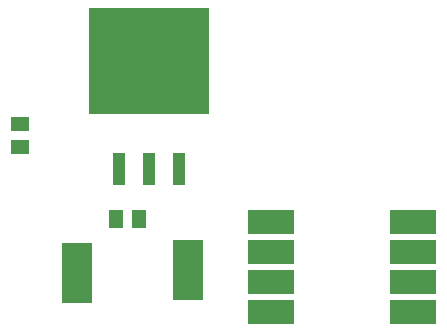
<source format=gbr>
G04 EAGLE Gerber RS-274X export*
G75*
%MOMM*%
%FSLAX34Y34*%
%LPD*%
%INSolderpaste Top*%
%IPPOS*%
%AMOC8*
5,1,8,0,0,1.08239X$1,22.5*%
G01*
%ADD10R,1.300000X1.500000*%
%ADD11R,1.500000X1.300000*%
%ADD12R,2.540000X5.080000*%
%ADD13R,4.000000X2.000000*%
%ADD14R,1.016000X2.692400*%
%ADD15R,10.160000X8.940800*%


D10*
X230530Y146050D03*
X249530Y146050D03*
D11*
X148590Y207670D03*
X148590Y226670D03*
D12*
X196850Y100330D03*
X290830Y102870D03*
D13*
X361640Y143510D03*
X361640Y118110D03*
X361640Y92710D03*
X361640Y67310D03*
X481640Y67310D03*
X481640Y92710D03*
X481640Y118110D03*
X481640Y143510D03*
D14*
X232918Y188214D03*
X258318Y188214D03*
X283718Y188214D03*
D15*
X258318Y280162D03*
M02*

</source>
